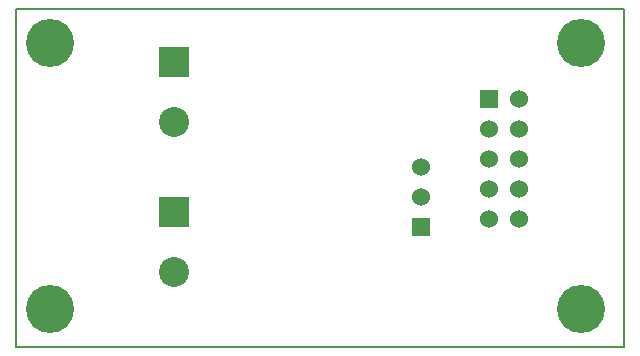
<source format=gbs>
G04 (created by PCBNEW (2013-mar-13)-testing) date Thu 04 Apr 2013 06:28:06 PM CEST*
%MOIN*%
G04 Gerber Fmt 3.4, Leading zero omitted, Abs format*
%FSLAX34Y34*%
G01*
G70*
G90*
G04 APERTURE LIST*
%ADD10C,0.006*%
%ADD11C,0.00590551*%
%ADD12R,0.06X0.06*%
%ADD13C,0.06*%
%ADD14R,0.1X0.1*%
%ADD15C,0.1*%
%ADD16C,0.16*%
G04 APERTURE END LIST*
G54D10*
G54D11*
X90000Y-64250D02*
X90000Y-53000D01*
X69750Y-64250D02*
X69750Y-53000D01*
X90000Y-53000D02*
X69750Y-53000D01*
X69750Y-64250D02*
X90000Y-64250D01*
G54D12*
X85500Y-56000D03*
G54D13*
X86500Y-56000D03*
X85500Y-57000D03*
X86500Y-57000D03*
X85500Y-58000D03*
X86500Y-58000D03*
X85500Y-59000D03*
X86500Y-59000D03*
X85500Y-60000D03*
X86500Y-60000D03*
G54D12*
X83250Y-60250D03*
G54D13*
X83250Y-59250D03*
X83250Y-58250D03*
G54D14*
X75000Y-54750D03*
G54D15*
X75000Y-56750D03*
G54D14*
X75000Y-59750D03*
G54D15*
X75000Y-61750D03*
G54D16*
X70866Y-62992D03*
X70866Y-54133D03*
X88582Y-54133D03*
X88582Y-62992D03*
M02*

</source>
